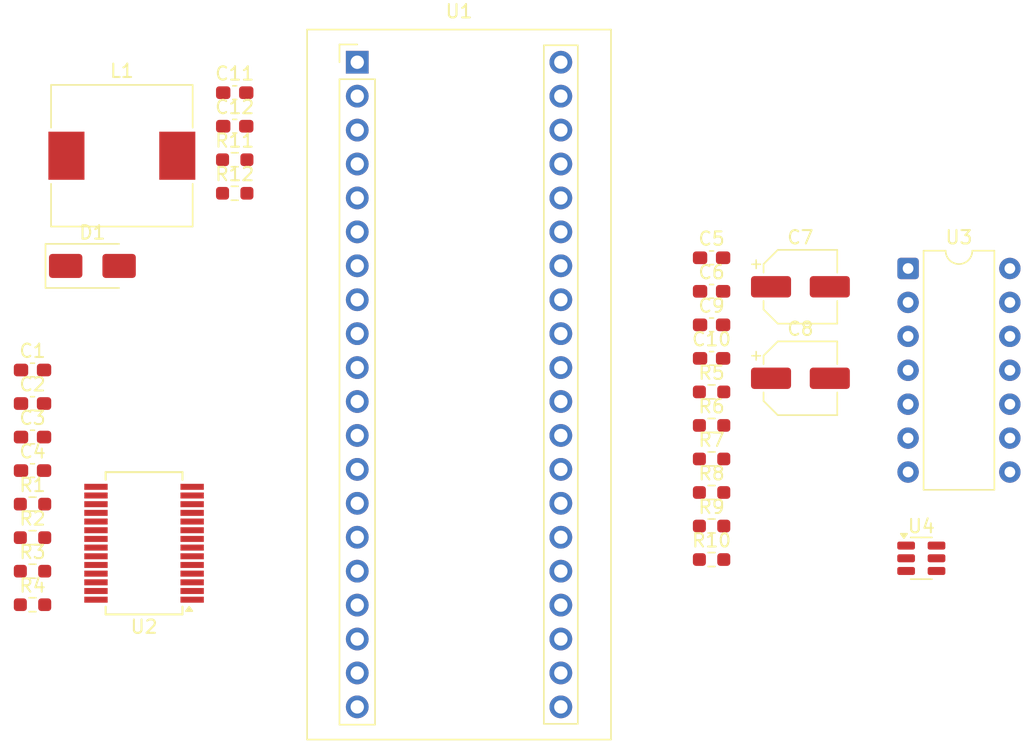
<source format=kicad_pcb>
(kicad_pcb (version 20241229) (generator "pcbnew") (generator_version "9.0")
  (layers (0 "F.Cu" signal) (2 "B.Cu" signal) (13 "F.Paste" user) (15 "B.Paste" user) (5 "F.SilkS" user "F.Silkscreen") (7 "B.SilkS" user "B.Silkscreen") (1 "F.Mask" user) (3 "B.Mask" user) (25 "Edge.Cuts" user))
  (net 0 "")
  (net 1 "Net-(C1-Pad2)")
  (net 2 "Net-(U2-LLINEIN)")
  (net 3 "Net-(C2-Pad2)")
  (net 4 "Net-(U2-RLINEIN)")
  (net 5 "GND")
  (net 6 "/WM8731/R_IN")
  (net 7 "/WM8731/L_IN")
  (net 8 "/WM8731/ADCLRC")
  (net 9 "/WM8731/BCLK")
  (net 11 "+3V3")
  (net 14 "/WM8731/XTI{slash}MCLK")
  (net 16 "/WM8731/ADCDAT")
  (net 17 "/WM8731/DACDAT")
  (net 19 "/WM8731/SDIN")
  (net 21 "/WM8731/SCLK")
  (net 24 "Net-(U2-LOUT)")
  (net 25 "/WM8731/CLKOUT")
  (net 27 "Net-(C5-Pad2)")
  (net 29 "Net-(U2-ROUT)")
  (net 30 "/WM8731/XTO")
  (net 31 "Net-(C6-Pad2)")
  (net 32 "Net-(U2-RHPOUT)")
  (net 33 "/WM8731/RHPOUT")
  (net 34 "/WM8731/LHPOUT")
  (net 35 "Net-(U2-LHPOUT)")
  (net 36 "Net-(U2-VMID)")
  (net 37 "/WM8731/LOUT")
  (net 38 "/WM8731/ROUT")
  (net 73 "+12V")
  (net 74 "+5V")
  (net 75 "Net-(D1-A)")
  (net 76 "Net-(U4-FB)")
  (footprint "Inductor_SMD:L_10.4x10.4_H4.8" (layer "F.Cu") (at 112.1375 85.29)
    (property "Reference" "L1" (at 0 -6.35 0) (layer "F.SilkS"))
    (property "Value" "22uH")
    (fp_line (start -5.3 -5.3) (end 5.3 -5.3) (stroke (width 0.12)) (layer "F.SilkS"))
    (fp_line (start -5.3 -2.1) (end -5.3 -5.3) (stroke (width 0.12)) (layer "F.SilkS"))
    (fp_line (start -5.3 5.3) (end -5.3 2.1) (stroke (width 0.12)) (layer "F.SilkS"))
    (fp_line (start 5.3 -5.3) (end 5.3 -2.1) (stroke (width 0.12)) (layer "F.SilkS"))
    (fp_line (start 5.3 2.1) (end 5.3 5.3) (stroke (width 0.12)) (layer "F.SilkS"))
    (fp_line (start 5.3 5.3) (end -5.3 5.3) (stroke (width 0.12)) (layer "F.SilkS"))
    (pad "1" smd rect (at -4.15 0) (size 2.7 3.6) (layers "F.Cu" "F.Mask" "F.Paste") (net 74 "+5V"))
    (pad "2" smd rect (at 4.15 0) (size 2.7 3.6) (layers "F.Cu" "F.Mask" "F.Paste") (net 75 "Net-(D1-A)"))
  )
  (footprint "Capacitor_SMD:C_0603_1608Metric_Pad1.08x0.95mm_HandSolder" (layer "F.Cu") (at 105.45 108.86)
    (property "Reference" "C4" (at 0 -1.43 0) (layer "F.SilkS"))
    (property "Value" "220pF")
    (fp_line (start -0.146267 -0.51) (end 0.146267 -0.51) (stroke (width 0.12)) (layer "F.SilkS"))
    (fp_line (start -0.146267 0.51) (end 0.146267 0.51) (stroke (width 0.12)) (layer "F.SilkS"))
    (pad "1" smd roundrect (at -0.8625 0) (size 1.075 0.95) (layers "F.Cu" "F.Mask" "F.Paste") (net 5 "GND"))
    (pad "2" smd roundrect (at 0.8625 0) (size 1.075 0.95) (layers "F.Cu" "F.Mask" "F.Paste") (net 1 "Net-(C1-Pad2)"))
  )
  (footprint "Package_TO_SOT_SMD:SOT-23-6" (layer "F.Cu") (at 171.985 115.425)
    (property "Reference" "U4" (at 0 -2.4 0) (layer "F.SilkS"))
    (property "Value" "MT3608")
    (fp_line (start 0 -1.56) (end -0.8 -1.56) (stroke (width 0.12)) (layer "F.SilkS"))
    (fp_line (start 0 -1.56) (end 0.8 -1.56) (stroke (width 0.12)) (layer "F.SilkS"))
    (fp_line (start 0 1.56) (end -0.8 1.56) (stroke (width 0.12)) (layer "F.SilkS"))
    (fp_line (start 0 1.56) (end 0.8 1.56) (stroke (width 0.12)) (layer "F.SilkS"))
    (fp_poly (pts (xy -1.3 -1.51) (xy -1.54 -1.84) (xy -1.06 -1.84)) (stroke (width 0.12)) (fill yes) (layer "F.SilkS"))
    (pad "1" smd roundrect (at -1.1375 -0.95) (size 1.325 0.6) (layers "F.Cu" "F.Mask" "F.Paste") (net 75 "Net-(D1-A)"))
    (pad "2" smd roundrect (at -1.1375 0) (size 1.325 0.6) (layers "F.Cu" "F.Mask" "F.Paste") (net 5 "GND"))
    (pad "3" smd roundrect (at -1.1375 0.95) (size 1.325 0.6) (layers "F.Cu" "F.Mask" "F.Paste") (net 76 "Net-(U4-FB)"))
    (pad "4" smd roundrect (at 1.1375 0.95) (size 1.325 0.6) (layers "F.Cu" "F.Mask" "F.Paste") (net 74 "+5V"))
    (pad "5" smd roundrect (at 1.1375 0) (size 1.325 0.6) (layers "F.Cu" "F.Mask" "F.Paste") (net 74 "+5V"))
    (pad "6" smd roundrect (at 1.1375 -0.95) (size 1.325 0.6) (layers "F.Cu" "F.Mask" "F.Paste"))
  )
  (footprint "Resistor_SMD:R_0603_1608Metric_Pad0.98x0.95mm_HandSolder" (layer "F.Cu") (at 120.5875 88.1)
    (property "Reference" "R12" (at 0 -1.43 0) (layer "F.SilkS"))
    (property "Value" "200K")
    (fp_line (start -0.254724 -0.5225) (end 0.254724 -0.5225) (stroke (width 0.12)) (layer "F.SilkS"))
    (fp_line (start -0.254724 0.5225) (end 0.254724 0.5225) (stroke (width 0.12)) (layer "F.SilkS"))
    (pad "1" smd roundrect (at -0.9125 0) (size 0.975 0.95) (layers "F.Cu" "F.Mask" "F.Paste") (net 76 "Net-(U4-FB)"))
    (pad "2" smd roundrect (at 0.9125 0) (size 0.975 0.95) (layers "F.Cu" "F.Mask" "F.Paste") (net 5 "GND"))
  )
  (footprint "Capacitor_SMD:CP_Elec_5x5.4" (layer "F.Cu") (at 162.935 101.95)
    (property "Reference" "C8" (at 0 -3.7 0) (layer "F.SilkS"))
    (property "Value" "220uF 6V3")
    (fp_line (start -3.625 -1.685) (end -3 -1.685) (stroke (width 0.12)) (layer "F.SilkS"))
    (fp_line (start -3.3125 -1.9975) (end -3.3125 -1.3725) (stroke (width 0.12)) (layer "F.SilkS"))
    (fp_line (start -2.76 -1.695563) (end -2.76 -1.06) (stroke (width 0.12)) (layer "F.SilkS"))
    (fp_line (start -2.76 -1.695563) (end -1.695563 -2.76) (stroke (width 0.12)) (layer "F.SilkS"))
    (fp_line (start -2.76 1.695563) (end -2.76 1.06) (stroke (width 0.12)) (layer "F.SilkS"))
    (fp_line (start -2.76 1.695563) (end -1.695563 2.76) (stroke (width 0.12)) (layer "F.SilkS"))
    (fp_line (start -1.695563 -2.76) (end 2.76 -2.76) (stroke (width 0.12)) (layer "F.SilkS"))
    (fp_line (start -1.695563 2.76) (end 2.76 2.76) (stroke (width 0.12)) (layer "F.SilkS"))
    (fp_line (start 2.76 -2.76) (end 2.76 -1.06) (stroke (width 0.12)) (layer "F.SilkS"))
    (fp_line (start 2.76 2.76) (end 2.76 1.06) (stroke (width 0.12)) (layer "F.SilkS"))
    (pad "1" smd roundrect (at -2.2 0) (size 3 1.6) (layers "F.Cu" "F.Mask" "F.Paste") (roundrect_rratio 0.15625) (net 35 "Net-(U2-LHPOUT)"))
    (pad "2" smd roundrect (at 2.2 0) (size 3 1.6) (layers "F.Cu" "F.Mask" "F.Paste") (roundrect_rratio 0.15625) (net 34 "/WM8731/LHPOUT"))
  )
  (footprint "Package_SO:SSOP-28_5.3x10.2mm_P0.65mm" (layer "F.Cu") (at 113.8 114.3 180)
    (property "Reference" "U2" (at 0 -6.25 0) (layer "F.SilkS"))
    (property "Value" "WM8731SEDS")
    (fp_line (start 2.875 4.75) (end 2.875 5.325) (stroke (width 0.15)) (layer "F.SilkS"))
    (fp_line (start 2.875 -5.325) (end 2.875 -4.75) (stroke (width 0.15)) (layer "F.SilkS"))
    (fp_line (start -2.875 5.325) (end 2.875 5.325) (stroke (width 0.15)) (layer "F.SilkS"))
    (fp_line (start -2.875 4.75) (end -2.875 5.325) (stroke (width 0.15)) (layer "F.SilkS"))
    (fp_line (start -2.875 -5.325) (end 2.875 -5.325) (stroke (width 0.15)) (layer "F.SilkS"))
    (fp_line (start -2.875 -5.325) (end -2.875 -4.75) (stroke (width 0.15)) (layer "F.SilkS"))
    (fp_poly (pts (xy -3.375 -4.75) (xy -3.615 -5.08) (xy -3.135 -5.08) (xy -3.375 -4.75)) (stroke (width 0.12)) (fill yes) (layer "F.SilkS"))
    (pad "1" smd rect (at -3.6 -4.225 180) (size 1.75 0.45) (layers "F.Cu" "F.Mask" "F.Paste") (net 11 "+3V3"))
    (pad "2" smd rect (at -3.6 -3.575 180) (size 1.75 0.45) (layers "F.Cu" "F.Mask" "F.Paste") (net 25 "/WM8731/CLKOUT"))
    (pad "3" smd rect (at -3.6 -2.925 180) (size 1.75 0.45) (layers "F.Cu" "F.Mask" "F.Paste") (net 9 "/WM8731/BCLK"))
    (pad "4" smd rect (at -3.6 -2.275 180) (size 1.75 0.45) (layers "F.Cu" "F.Mask" "F.Paste") (net 17 "/WM8731/DACDAT"))
    (pad "5" smd rect (at -3.6 -1.625 180) (size 1.75 0.45) (layers "F.Cu" "F.Mask" "F.Paste") (net 8 "/WM8731/ADCLRC"))
    (pad "6" smd rect (at -3.6 -0.975 180) (size 1.75 0.45) (layers "F.Cu" "F.Mask" "F.Paste") (net 16 "/WM8731/ADCDAT"))
    (pad "7" smd rect (at -3.6 -0.325 180) (size 1.75 0.45) (layers "F.Cu" "F.Mask" "F.Paste") (net 8 "/WM8731/ADCLRC"))
    (pad "8" smd rect (at -3.6 0.325 180) (size 1.75 0.45) (layers "F.Cu" "F.Mask" "F.Paste") (net 11 "+3V3"))
    (pad "9" smd rect (at -3.6 0.975 180) (size 1.75 0.45) (layers "F.Cu" "F.Mask" "F.Paste") (net 35 "Net-(U2-LHPOUT)"))
    (pad "10" smd rect (at -3.6 1.625 180) (size 1.75 0.45) (layers "F.Cu" "F.Mask" "F.Paste") (net 32 "Net-(U2-RHPOUT)"))
    (pad "11" smd rect (at -3.6 2.275 180) (size 1.75 0.45) (layers "F.Cu" "F.Mask" "F.Paste") (net 5 "GND"))
    (pad "12" smd rect (at -3.6 2.925 180) (size 1.75 0.45) (layers "F.Cu" "F.Mask" "F.Paste") (net 24 "Net-(U2-LOUT)"))
    (pad "13" smd rect (at -3.6 3.575 180) (size 1.75 0.45) (layers "F.Cu" "F.Mask" "F.Paste") (net 29 "Net-(U2-ROUT)"))
    (pad "14" smd rect (at -3.6 4.225 180) (size 1.75 0.45) (layers "F.Cu" "F.Mask" "F.Paste") (net 11 "+3V3"))
    (pad "15" smd rect (at 3.6 4.225 180) (size 1.75 0.45) (layers "F.Cu" "F.Mask" "F.Paste") (net 5 "GND"))
    (pad "16" smd rect (at 3.6 3.575 180) (size 1.75 0.45) (layers "F.Cu" "F.Mask" "F.Paste") (net 36 "Net-(U2-VMID)"))
    (pad "17" smd rect (at 3.6 2.925 180) (size 1.75 0.45) (layers "F.Cu" "F.Mask" "F.Paste"))
    (pad "18" smd rect (at 3.6 2.275 180) (size 1.75 0.45) (layers "F.Cu" "F.Mask" "F.Paste"))
    (pad "19" smd rect (at 3.6 1.625 180) (size 1.75 0.45) (layers "F.Cu" "F.Mask" "F.Paste") (net 4 "Net-(U2-RLINEIN)"))
    (pad "20" smd rect (at 3.6 0.975 180) (size 1.75 0.45) (layers "F.Cu" "F.Mask" "F.Paste") (net 2 "Net-(U2-LLINEIN)"))
    (pad "21" smd rect (at 3.6 0.325 180) (size 1.75 0.45) (layers "F.Cu" "F.Mask" "F.Paste") (net 5 "GND"))
    (pad "22" smd rect (at 3.6 -0.325 180) (size 1.75 0.45) (layers "F.Cu" "F.Mask" "F.Paste") (net 5 "GND"))
    (pad "23" smd rect (at 3.6 -0.975 180) (size 1.75 0.45) (layers "F.Cu" "F.Mask" "F.Paste") (net 19 "/WM8731/SDIN"))
    (pad "24" smd rect (at 3.6 -1.625 180) (size 1.75 0.45) (layers "F.Cu" "F.Mask" "F.Paste") (net 21 "/WM8731/SCLK"))
    (pad "25" smd rect (at 3.6 -2.275 180) (size 1.75 0.45) (layers "F.Cu" "F.Mask" "F.Paste") (net 14 "/WM8731/XTI{slash}MCLK"))
    (pad "26" smd rect (at 3.6 -2.925 180) (size 1.75 0.45) (layers "F.Cu" "F.Mask" "F.Paste") (net 30 "/WM8731/XTO"))
    (pad "27" smd rect (at 3.6 -3.575 180) (size 1.75 0.45) (layers "F.Cu" "F.Mask" "F.Paste") (net 11 "+3V3"))
    (pad "28" smd rect (at 3.6 -4.225 180) (size 1.75 0.45) (layers "F.Cu" "F.Mask" "F.Paste") (net 5 "GND"))
  )
  (footprint "Resistor_SMD:R_0603_1608Metric_Pad0.98x0.95mm_HandSolder" (layer "F.Cu") (at 105.45 111.37)
    (property "Reference" "R1" (at 0 -1.43 0) (layer "F.SilkS"))
    (property "Value" "5.6K")
    (fp_line (start -0.254724 -0.5225) (end 0.254724 -0.5225) (stroke (width 0.12)) (layer "F.SilkS"))
    (fp_line (start -0.254724 0.5225) (end 0.254724 0.5225) (stroke (width 0.12)) (layer "F.SilkS"))
    (pad "1" smd roundrect (at -0.9125 0) (size 0.975 0.95) (layers "F.Cu" "F.Mask" "F.Paste") (net 1 "Net-(C1-Pad2)"))
    (pad "2" smd roundrect (at 0.9125 0) (size 0.975 0.95) (layers "F.Cu" "F.Mask" "F.Paste") (net 5 "GND"))
  )
  (footprint "Capacitor_SMD:C_0603_1608Metric_Pad1.08x0.95mm_HandSolder" (layer "F.Cu") (at 156.285 100.46)
    (property "Reference" "C10" (at 0 -1.43 0) (layer "F.SilkS"))
    (property "Value" "1uF")
    (fp_line (start -0.146267 -0.51) (end 0.146267 -0.51) (stroke (width 0.12)) (layer "F.SilkS"))
    (fp_line (start -0.146267 0.51) (end 0.146267 0.51) (stroke (width 0.12)) (layer "F.SilkS"))
    (pad "1" smd roundrect (at -0.8625 0) (size 1.075 0.95) (layers "F.Cu" "F.Mask" "F.Paste") (net 5 "GND"))
    (pad "2" smd roundrect (at 0.8625 0) (size 1.075 0.95) (layers "F.Cu" "F.Mask" "F.Paste") (net 36 "Net-(U2-VMID)"))
  )
  (footprint "Resistor_SMD:R_0603_1608Metric_Pad0.98x0.95mm_HandSolder" (layer "F.Cu") (at 105.45 113.88)
    (property "Reference" "R2" (at 0 -1.43 0) (layer "F.SilkS"))
    (property "Value" "5.6K")
    (fp_line (start -0.254724 -0.5225) (end 0.254724 -0.5225) (stroke (width 0.12)) (layer "F.SilkS"))
    (fp_line (start -0.254724 0.5225) (end 0.254724 0.5225) (stroke (width 0.12)) (layer "F.SilkS"))
    (pad "1" smd roundrect (at -0.9125 0) (size 0.975 0.95) (layers "F.Cu" "F.Mask" "F.Paste") (net 3 "Net-(C2-Pad2)"))
    (pad "2" smd roundrect (at 0.9125 0) (size 0.975 0.95) (layers "F.Cu" "F.Mask" "F.Paste") (net 5 "GND"))
  )
  (footprint "Capacitor_SMD:C_0603_1608Metric_Pad1.08x0.95mm_HandSolder" (layer "F.Cu") (at 120.5875 83.08)
    (property "Reference" "C12" (at 0 -1.43 0) (layer "F.SilkS"))
    (property "Value" "1uF")
    (fp_line (start -0.146267 -0.51) (end 0.146267 -0.51) (stroke (width 0.12)) (layer "F.SilkS"))
    (fp_line (start -0.146267 0.51) (end 0.146267 0.51) (stroke (width 0.12)) (layer "F.SilkS"))
    (pad "1" smd roundrect (at -0.8625 0) (size 1.075 0.95) (layers "F.Cu" "F.Mask" "F.Paste") (net 5 "GND"))
    (pad "2" smd roundrect (at 0.8625 0) (size 1.075 0.95) (layers "F.Cu" "F.Mask" "F.Paste") (net 74 "+5V"))
  )
  (footprint "Resistor_SMD:R_0603_1608Metric_Pad0.98x0.95mm_HandSolder" (layer "F.Cu") (at 156.285 107.99)
    (property "Reference" "R7" (at 0 -1.43 0) (layer "F.SilkS"))
    (property "Value" "47K")
    (fp_line (start -0.254724 -0.5225) (end 0.254724 -0.5225) (stroke (width 0.12)) (layer "F.SilkS"))
    (fp_line (start -0.254724 0.5225) (end 0.254724 0.5225) (stroke (width 0.12)) (layer "F.SilkS"))
    (pad "1" smd roundrect (at -0.9125 0) (size 0.975 0.95) (layers "F.Cu" "F.Mask" "F.Paste") (net 31 "Net-(C6-Pad2)"))
    (pad "2" smd roundrect (at 0.9125 0) (size 0.975 0.95) (layers "F.Cu" "F.Mask" "F.Paste") (net 5 "GND"))
  )
  (footprint "Capacitor_SMD:C_0603_1608Metric_Pad1.08x0.95mm_HandSolder" (layer "F.Cu") (at 156.285 92.93)
    (property "Reference" "C5" (at 0 -1.43 0) (layer "F.SilkS"))
    (property "Value" "1uF")
    (fp_line (start -0.146267 -0.51) (end 0.146267 -0.51) (stroke (width 0.12)) (layer "F.SilkS"))
    (fp_line (start -0.146267 0.51) (end 0.146267 0.51) (stroke (width 0.12)) (layer "F.SilkS"))
    (pad "1" smd roundrect (at -0.8625 0) (size 1.075 0.95) (layers "F.Cu" "F.Mask" "F.Paste") (net 24 "Net-(U2-LOUT)"))
    (pad "2" smd roundrect (at 0.8625 0) (size 1.075 0.95) (layers "F.Cu" "F.Mask" "F.Paste") (net 27 "Net-(C5-Pad2)"))
  )
  (footprint "YAAJ:YAAJ_BluePill_2" (layer "F.Cu") (at 129.76 78.29)
    (property "Reference" "U1" (at 7.62 -3.81 0) (layer "F.SilkS"))
    (property "Value" "YAAJ_BluePill_Part_Like" (hide yes))
    (fp_line (start -3.755 -2.445) (end 18.995 -2.445) (stroke (width 0.12)) (layer "F.SilkS"))
    (fp_line (start -3.755 50.705) (end -3.755 -2.445) (stroke (width 0.12)) (layer "F.SilkS"))
    (fp_line (start -1.33 -1.33) (end 0 -1.33) (stroke (width 0.12)) (layer "F.SilkS"))
    (fp_line (start -1.33 0) (end -1.33 -1.33) (stroke (width 0.12)) (layer "F.SilkS"))
    (fp_line (start -1.33 1.27) (end 1.33 1.27) (stroke (width 0.12)) (layer "F.SilkS"))
    (fp_line (start -1.33 49.59) (end -1.33 1.27) (stroke (width 0.12)) (layer "F.SilkS"))
    (fp_line (start 1.33 1.27) (end 1.33 49.59) (stroke (width 0.12)) (layer "F.SilkS"))
    (fp_line (start 1.33 49.59) (end -1.33 49.59) (stroke (width 0.12)) (layer "F.SilkS"))
    (fp_line (start 13.97 -1.27) (end 16.51 -1.27) (stroke (width 0.12)) (layer "F.SilkS"))
    (fp_line (start 13.97 49.53) (end 13.97 -1.27) (stroke (width 0.12)) (layer "F.SilkS"))
    (fp_line (start 16.51 -1.27) (end 16.51 49.53) (stroke (width 0.12)) (layer "F.SilkS"))
    (fp_line (start 16.51 49.53) (end 13.97 49.53) (stroke (width 0.12)) (layer "F.SilkS"))
    (fp_line (start 18.995 -2.445) (end 18.995 50.705) (stroke (width 0.12)) (layer "F.SilkS"))
    (fp_line (start 18.995 50.705) (end -3.755 50.705) (stroke (width 0.12)) (layer "F.SilkS"))
    (pad "1" thru_hole rect (at 0 0) (size 1.7 1.7) (drill 1) (layers "*.Cu" "*.Mask"))
    (pad "2" thru_hole circle (at 0 2.54) (size 1.7 1.7) (drill 1) (layers "*.Cu" "*.Mask"))
    (pad "3" thru_hole circle (at 0 5.08) (size 1.7 1.7) (drill 1) (layers "*.Cu" "*.Mask"))
    (pad "4" thru_hole circle (at 0 7.62) (size 1.7 1.7) (drill 1) (layers "*.Cu" "*.Mask"))
    (pad "5" thru_hole circle (at 0 10.16) (size 1.7 1.7) (drill 1) (layers "*.Cu" "*.Mask") (net 14 "/WM8731/XTI{slash}MCLK"))
    (pad "6" thru_hole circle (at 0 12.7) (size 1.7 1.7) (drill 1) (layers "*.Cu" "*.Mask"))
    (pad "7" thru_hole circle (at 0 15.24) (size 1.7 1.7) (drill 1) (layers "*.Cu" "*.Mask"))
    (pad "8" thru_hole circle (at 0 17.78) (size 1.7 1.7) (drill 1) (layers "*.Cu" "*.Mask"))
    (pad "9" thru_hole circle (at 0 20.32) (size 1.7 1.7) (drill 1) (layers "*.Cu" "*.Mask"))
    (pad "10" thru_hole circle (at 0 22.86) (size 1.7 1.7) (drill 1) (layers "*.Cu" "*.Mask") (net 8 "/WM8731/ADCLRC"))
    (pad "11" thru_hole circle (at 0 25.4) (size 1.7 1.7) (drill 1) (layers "*.Cu" "*.Mask") (net 9 "/WM8731/BCLK"))
    (pad "12" thru_hole circle (at 0 27.94) (size 1.7 1.7) (drill 1) (layers "*.Cu" "*.Mask") (net 16 "/WM8731/ADCDAT"))
    (pad "13" thru_hole circle (at 0 30.48) (size 1.7 1.7) (drill 1) (layers "*.Cu" "*.Mask") (net 17 "/WM8731/DACDAT"))
    (pad "14" thru_hole circle (at 0 33.02) (size 1.7 1.7) (drill 1) (layers "*.Cu" "*.Mask") (net 21 "/WM8731/SCLK"))
    (pad "15" thru_hole circle (at 0 35.56) (size 1.7 1.7) (drill 1) (layers "*.Cu" "*.Mask") (net 19 "/WM8731/SDIN"))
    (pad "16" thru_hole circle (at 0 38.1) (size 1.7 1.7) (drill 1) (layers "*.Cu" "*.Mask"))
    (pad "17" thru_hole circle (at 0 40.64) (size 1.7 1.7) (drill 1) (layers "*.Cu" "*.Mask"))
    (pad "18" thru_hole circle (at 0 43.18) (size 1.7 1.7) (drill 1) (layers "*.Cu" "*.Mask") (net 74 "+5V"))
    (pad "19" thru_hole circle (at 0 45.72) (size 1.7 1.7) (drill 1) (layers "*.Cu" "*.Mask") (net 5 "GND"))
    (pad "20" thru_hole circle (at 0 48.26) (size 1.7 1.7) (drill 1) (layers "*.Cu" "*.Mask") (net 11 "+3V3"))
    (pad "21" thru_hole circle (at 15.24 48.26) (size 1.7 1.7) (drill 1) (layers "*.Cu" "*.Mask"))
    (pad "22" thru_hole circle (at 15.24 45.72) (size 1.7 1.7) (drill 1) (layers "*.Cu" "*.Mask"))
    (pad "23" thru_hole circle (at 15.24 43.18) (size 1.7 1.7) (drill 1) (layers "*.Cu" "*.Mask"))
    (pad "24" thru_hole circle (at 15.24 40.64) (size 1.7 1.7) (drill 1) (layers "*.Cu" "*.Mask"))
    (pad "25" thru_hole circle (at 15.24 38.1) (size 1.7 1.7) (drill 1) (layers "*.Cu" "*.Mask"))
    (pad "26" thru_hole circle (at 15.24 35.56) (size 1.7 1.7) (drill 1) (layers "*.Cu" "*.Mask"))
    (pad "27" thru_hole circle (at 15.24 33.02) (size 1.7 1.7) (drill 1) (layers "*.Cu" "*.Mask"))
    (pad "28" thru_hole circle (at 15.24 30.48) (size 1.7 1.7) (drill 1) (layers "*.Cu" "*.Mask"))
    (pad "29" thru_hole circle (at 15.24 27.94) (size 1.7 1.7) (drill 1) (layers "*.Cu" "*.Mask"))
    (pad "30" thru_hole circle (at 15.24 25.4) (size 1.7 1.7) (drill 1) (layers "*.Cu" "*.Mask"))
    (pad "31" thru_hole circle (at 15.24 22.86) (size 1.7 1.7) (drill 1) (layers "*.Cu" "*.Mask"))
    (pad "32" thru_hole circle (at 15.24 20.32) (size 1.7 1.7) (drill 1) (layers "*.Cu" "*.Mask"))
    (pad "33" thru_hole circle (at 15.24 17.78) (size 1.7 1.7) (drill 1) (layers "*.Cu" "*.Mask"))
    (pad "34" thru_hole circle (at 15.24 15.24) (size 1.7 1.7) (drill 1) (layers "*.Cu" "*.Mask"))
    (pad "35" thru_hole circle (at 15.24 12.7) (size 1.7 1.7) (drill 1) (layers "*.Cu" "*.Mask"))
    (pad "36" thru_hole circle (at 15.24 10.16) (size 1.7 1.7) (drill 1) (layers "*.Cu" "*.Mask"))
    (pad "37" thru_hole circle (at 15.24 7.62) (size 1.7 1.7) (drill 1) (layers "*.Cu" "*.Mask"))
    (pad "38" thru_hole circle (at 15.24 5.08) (size 1.7 1.7) (drill 1) (layers "*.Cu" "*.Mask") (net 11 "+3V3"))
    (pad "39" thru_hole circle (at 15.24 2.54) (size 1.7 1.7) (drill 1) (layers "*.Cu" "*.Mask") (net 5 "GND"))
    (pad "40" thru_hole circle (at 15.24 0) (size 1.7 1.7) (drill 1) (layers "*.Cu" "*.Mask") (net 5 "GND"))
  )
  (footprint "Resistor_SMD:R_0603_1608Metric_Pad0.98x0.95mm_HandSolder" (layer "F.Cu") (at 156.285 105.48)
    (property "Reference" "R6" (at 0 -1.43 0) (layer "F.SilkS"))
    (property "Value" "100R")
    (fp_line (start -0.254724 -0.5225) (end 0.254724 -0.5225) (stroke (width 0.12)) (layer "F.SilkS"))
    (fp_line (start -0.254724 0.5225) (end 0.254724 0.5225) (stroke (width 0.12)) (layer "F.SilkS"))
    (pad "1" smd roundrect (at -0.9125 0) (size 0.975 0.95) (layers "F.Cu" "F.Mask" "F.Paste") (net 31 "Net-(C6-Pad2)"))
    (pad "2" smd roundrect (at 0.9125 0) (size 0.975 0.95) (layers "F.Cu" "F.Mask" "F.Paste") (net 38 "/WM8731/ROUT"))
  )
  (footprint "Capacitor_SMD:C_0603_1608Metric_Pad1.08x0.95mm_HandSolder" (layer "F.Cu") (at 105.45 103.84)
    (property "Reference" "C2" (at 0 -1.43 0) (layer "F.SilkS"))
    (property "Value" "1uF")
    (fp_line (start -0.146267 -0.51) (end 0.146267 -0.51) (stroke (width 0.12)) (layer "F.SilkS"))
    (fp_line (start -0.146267 0.51) (end 0.146267 0.51) (stroke (width 0.12)) (layer "F.SilkS"))
    (pad "1" smd roundrect (at -0.8625 0) (size 1.075 0.95) (layers "F.Cu" "F.Mask" "F.Paste") (net 4 "Net-(U2-RLINEIN)"))
    (pad "2" smd roundrect (at 0.8625 0) (size 1.075 0.95) (layers "F.Cu" "F.Mask" "F.Paste") (net 3 "Net-(C2-Pad2)"))
  )
  (footprint "Resistor_SMD:R_0603_1608Metric_Pad0.98x0.95mm_HandSolder" (layer "F.Cu") (at 105.45 116.39)
    (property "Reference" "R3" (at 0 -1.43 0) (layer "F.SilkS"))
    (property "Value" "5.6K")
    (fp_line (start -0.254724 -0.5225) (end 0.254724 -0.5225) (stroke (width 0.12)) (layer "F.SilkS"))
    (fp_line (start -0.254724 0.5225) (end 0.254724 0.5225) (stroke (width 0.12)) (layer "F.SilkS"))
    (pad "1" smd roundrect (at -0.9125 0) (size 0.975 0.95) (layers "F.Cu" "F.Mask" "F.Paste") (net 3 "Net-(C2-Pad2)"))
    (pad "2" smd roundrect (at 0.9125 0) (size 0.975 0.95) (layers "F.Cu" "F.Mask" "F.Paste") (net 6 "/WM8731/R_IN"))
  )
  (footprint "Capacitor_SMD:C_0603_1608Metric_Pad1.08x0.95mm_HandSolder" (layer "F.Cu") (at 105.45 106.35)
    (property "Reference" "C3" (at 0 -1.43 0) (layer "F.SilkS"))
    (property "Value" "220pF")
    (fp_line (start -0.146267 -0.51) (end 0.146267 -0.51) (stroke (width 0.12)) (layer "F.SilkS"))
    (fp_line (start -0.146267 0.51) (end 0.146267 0.51) (stroke (width 0.12)) (layer "F.SilkS"))
    (pad "1" smd roundrect (at -0.8625 0) (size 1.075 0.95) (layers "F.Cu" "F.Mask" "F.Paste") (net 5 "GND"))
    (pad "2" smd roundrect (at 0.8625 0) (size 1.075 0.95) (layers "F.Cu" "F.Mask" "F.Paste") (net 3 "Net-(C2-Pad2)"))
  )
  (footprint "Capacitor_SMD:C_0603_1608Metric_Pad1.08x0.95mm_HandSolder" (layer "F.Cu") (at 120.5875 80.57)
    (property "Reference" "C11" (at 0 -1.43 0) (layer "F.SilkS"))
    (property "Value" "1uF")
    (fp_line (start -0.146267 -0.51) (end 0.146267 -0.51) (stroke (width 0.12)) (layer "F.SilkS"))
    (fp_line (start -0.146267 0.51) (end 0.146267 0.51) (stroke (width 0.12)) (layer "F.SilkS"))
    (pad "1" smd roundrect (at -0.8625 0) (size 1.075 0.95) (layers "F.Cu" "F.Mask" "F.Paste") (net 5 "GND"))
    (pad "2" smd roundrect (at 0.8625 0) (size 1.075 0.95) (layers "F.Cu" "F.Mask" "F.Paste") (net 73 "+12V"))
  )
  (footprint "Resistor_SMD:R_0603_1608Metric_Pad0.98x0.95mm_HandSolder" (layer "F.Cu") (at 156.285 110.5)
    (property "Reference" "R8" (at 0 -1.43 0) (layer "F.SilkS"))
    (property "Value" "47K")
    (fp_line (start -0.254724 -0.5225) (end 0.254724 -0.5225) (stroke (width 0.12)) (layer "F.SilkS"))
    (fp_line (start -0.254724 0.5225) (end 0.254724 0.5225) (stroke (width 0.12)) (layer "F.SilkS"))
    (pad "1" smd roundrect (at -0.9125 0) (size 0.975 0.95) (layers "F.Cu" "F.Mask" "F.Paste") (net 27 "Net-(C5-Pad2)"))
    (pad "2" smd roundrect (at 0.9125 0) (size 0.975 0.95) (layers "F.Cu" "F.Mask" "F.Paste") (net 5 "GND"))
  )
  (footprint "Capacitor_SMD:C_0603_1608Metric_Pad1.08x0.95mm_HandSolder" (layer "F.Cu") (at 156.285 95.44)
    (property "Reference" "C6" (at 0 -1.43 0) (layer "F.SilkS"))
    (property "Value" "1uF")
    (fp_line (start -0.146267 -0.51) (end 0.146267 -0.51) (stroke (width 0.12)) (layer "F.SilkS"))
    (fp_line (start -0.146267 0.51) (end 0.146267 0.51) (stroke (width 0.12)) (layer "F.SilkS"))
    (pad "1" smd roundrect (at -0.8625 0) (size 1.075 0.95) (layers "F.Cu" "F.Mask" "F.Paste") (net 29 "Net-(U2-ROUT)"))
    (pad "2" smd roundrect (at 0.8625 0) (size 1.075 0.95) (layers "F.Cu" "F.Mask" "F.Paste") (net 31 "Net-(C6-Pad2)"))
  )
  (footprint "Capacitor_SMD:C_0603_1608Metric_Pad1.08x0.95mm_HandSolder" (layer "F.Cu") (at 105.45 101.33)
    (property "Reference" "C1" (at 0 -1.43 0) (layer "F.SilkS"))
    (property "Value" "1uF")
    (fp_line (start -0.146267 -0.51) (end 0.146267 -0.51) (stroke (width 0.12)) (layer "F.SilkS"))
    (fp_line (start -0.146267 0.51) (end 0.146267 0.51) (stroke (width 0.12)) (layer "F.SilkS"))
    (pad "1" smd roundrect (at -0.8625 0) (size 1.075 0.95) (layers "F.Cu" "F.Mask" "F.Paste") (net 2 "Net-(U2-LLINEIN)"))
    (pad "2" smd roundrect (at 0.8625 0) (size 1.075 0.95) (layers "F.Cu" "F.Mask" "F.Paste") (net 1 "Net-(C1-Pad2)"))
  )
  (footprint "Resistor_SMD:R_0603_1608Metric_Pad0.98x0.95mm_HandSolder" (layer "F.Cu") (at 156.285 102.97)
    (property "Reference" "R5" (at 0 -1.43 0) (layer "F.SilkS"))
    (property "Value" "100R")
    (fp_line (start -0.254724 -0.5225) (end 0.254724 -0.5225) (stroke (width 0.12)) (layer "F.SilkS"))
    (fp_line (start -0.254724 0.5225) (end 0.254724 0.5225) (stroke (width 0.12)) (layer "F.SilkS"))
    (pad "1" smd roundrect (at -0.9125 0) (size 0.975 0.95) (layers "F.Cu" "F.Mask" "F.Paste") (net 27 "Net-(C5-Pad2)"))
    (pad "2" smd roundrect (at 0.9125 0) (size 0.975 0.95) (layers "F.Cu" "F.Mask" "F.Paste") (net 37 "/WM8731/LOUT"))
  )
  (footprint "Resistor_SMD:R_0603_1608Metric_Pad0.98x0.95mm_HandSolder" (layer "F.Cu") (at 120.5875 85.59)
    (property "Reference" "R11" (at 0 -1.43 0) (layer "F.SilkS"))
    (property "Value" "10K")
    (fp_line (start -0.254724 -0.5225) (end 0.254724 -0.5225) (stroke (width 0.12)) (layer "F.SilkS"))
    (fp_line (start -0.254724 0.5225) (end 0.254724 0.5225) (stroke (width 0.12)) (layer "F.SilkS"))
    (pad "1" smd roundrect (at -0.9125 0) (size 0.975 0.95) (layers "F.Cu" "F.Mask" "F.Paste") (net 73 "+12V"))
    (pad "2" smd roundrect (at 0.9125 0) (size 0.975 0.95) (layers "F.Cu" "F.Mask" "F.Paste") (net 76 "Net-(U4-FB)"))
  )
  (footprint "Capacitor_SMD:CP_Elec_5x5.4" (layer "F.Cu") (at 162.935 95.1)
    (property "Reference" "C7" (at 0 -3.7 0) (layer "F.SilkS"))
    (property "Value" "220uF 6V3")
    (fp_line (start -3.625 -1.685) (end -3 -1.685) (stroke (width 0.12)) (layer "F.SilkS"))
    (fp_line (start -3.3125 -1.9975) (end -3.3125 -1.3725) (stroke (width 0.12)) (layer "F.SilkS"))
    (fp_line (start -2.76 -1.695563) (end -2.76 -1.06) (stroke (width 0.12)) (layer "F.SilkS"))
    (fp_line (start -2.76 -1.695563) (end -1.695563 -2.76) (stroke (width 0.12)) (layer "F.SilkS"))
    (fp_line (start -2.76 1.695563) (end -2.76 1.06) (stroke (width 0.12)) (layer "F.SilkS"))
    (fp_line (start -2.76 1.695563) (end -1.695563 2.76) (stroke (width 0.12)) (layer "F.SilkS"))
    (fp_line (start -1.695563 -2.76) (end 2.76 -2.76) (stroke (width 0.12)) (layer "F.SilkS"))
    (fp_line (start -1.695563 2.76) (end 2.76 2.76) (stroke (width 0.12)) (layer "F.SilkS"))
    (fp_line (start 2.76 -2.76) (end 2.76 -1.06) (stroke (width 0.12)) (layer "F.SilkS"))
    (fp_line (start 2.76 2.76) (end 2.76 1.06) (stroke (width 0.12)) (layer "F.SilkS"))
    (pad "1" smd roundrect (at -2.2 0) (size 3 1.6) (layers "F.Cu" "F.Mask" "F.Paste") (roundrect_rratio 0.15625) (net 32 "Net-(U2-RHPOUT)"))
    (pad "2" smd roundrect (at 2.2 0) (size 3 1.6) (layers "F.Cu" "F.Mask" "F.Paste") (roundrect_rratio 0.15625) (net 33 "/WM8731/RHPOUT"))
  )
  (footprint "Package_DIP:DIP-14_W7.62mm" (layer "F.Cu") (at 170.995 93.73)
    (property "Reference" "U3" (at 3.81 -2.33 0) (layer "F.SilkS"))
    (property "Value" "TL074")
    (fp_line (start 1.16 -1.33) (end 1.16 16.57) (stroke (width 0.12)) (layer "F.SilkS"))
    (fp_line (start 1.16 16.57) (end 6.46 16.57) (stroke (width 0.12)) (layer "F.SilkS"))
    (fp_line (start 2.81 -1.33) (end 1.16 -1.33) (stroke (width 0.12)) (layer "F.SilkS"))
    (fp_line (start 6.46 -1.33) (end 4.81 -1.33) (stroke (width 0.12)) (layer "F.SilkS"))
    (fp_line (start 6.46 16.57) (end 6.46 -1.33) (stroke (width 0.12)) (layer "F.SilkS"))
    (fp_arc (start 4.81 -1.33) (mid 3.81 -0.33) (end 2.81 -1.33) (stroke (width 0.12)) (layer "F.SilkS"))
    (pad "1" thru_hole roundrect (at 0 0) (size 1.6 1.6) (drill 0.8) (layers "*.Cu" "*.Mask") (roundrect_rratio 0.15625))
    (pad "2" thru_hole circle (at 0 2.54) (size 1.6 1.6) (drill 0.8) (layers "*.Cu" "*.Mask"))
    (pad "3" thru_hole circle (at 0 5.08) (size 1.6 1.6) (drill 0.8) (layers "*.Cu" "*.Mask"))
    (pad "4" thru_hole circle (at 0 7.62) (size 1.6 1.6) (drill 0.8) (layers "*.Cu" "*.Mask"))
    (pad "5" thru_hole circle (at 0 10.16) (size 1.6 1.6) (drill 0.8) (layers "*.Cu" "*.Mask"))
    (pad "6" thru_hole circle (at 0 12.7) (size 1.6 1.6) (drill 0.8) (layers "*.Cu" "*.Mask"))
    (pad "7" thru_hole circle (at 0 15.24) (size 1.6 1.6) (drill 0.8) (layers "*.Cu" "*.Mask"))
    (pad "8" thru_hole circle (at 7.62 15.24) (size 1.6 1.6) (drill 0.8) (layers "*.Cu" "*.Mask"))
    (pad "9" thru_hole circle (at 7.62 12.7) (size 1.6 1.6) (drill 0.8) (layers "*.Cu" "*.Mask"))
    (pad "10" thru_hole circle (at 7.62 10.16) (size 1.6 1.6) (drill 0.8) (layers "*.Cu" "*.Mask"))
    (pad "11" thru_hole circle (at 7.62 7.62) (size 1.6 1.6) (drill 0.8) (layers "*.Cu" "*.Mask"))
    (pad "12" thru_hole circle (at 7.62 5.08) (size 1.6 1.6) (drill 0.8) (layers "*.Cu" "*.Mask"))
    (pad "13" thru_hole circle (at 7.62 2.54) (size 1.6 1.6) (drill 0.8) (layers "*.Cu" "*.Mask"))
    (pad "14" thru_hole circle (at 7.62 0) (size 1.6 1.6) (drill 0.8) (layers "*.Cu" "*.Mask"))
  )
  (footprint "Resistor_SMD:R_0603_1608Metric_Pad0.98x0.95mm_HandSolder" (layer "F.Cu") (at 156.285 113.01)
    (property "Reference" "R9" (at 0 -1.43 0) (layer "F.SilkS"))
    (property "Value" "47K")
    (fp_line (start -0.254724 -0.5225) (end 0.254724 -0.5225) (stroke (width 0.12)) (layer "F.SilkS"))
    (fp_line (start -0.254724 0.5225) (end 0.254724 0.5225) (stroke (width 0.12)) (layer "F.SilkS"))
    (pad "1" smd roundrect (at -0.9125 0) (size 0.975 0.95) (layers "F.Cu" "F.Mask" "F.Paste") (net 35 "Net-(U2-LHPOUT)"))
    (pad "2" smd roundrect (at 0.9125 0) (size 0.975 0.95) (layers "F.Cu" "F.Mask" "F.Paste") (net 5 "GND"))
  )
  (footprint "Diode_SMD:D_SMA" (layer "F.Cu") (at 109.9325 93.54)
    (property "Reference" "D1" (at 0 -2.5 0) (layer "F.SilkS"))
    (property "Value" "SS34")
    (fp_line (start -3.51 -1.65) (end -3.51 1.65) (stroke (width 0.12)) (layer "F.SilkS"))
    (fp_line (start -3.51 -1.65) (end 2 -1.65) (stroke (width 0.12)) (layer "F.SilkS"))
    (fp_line (start -3.51 1.65) (end 2 1.65) (stroke (width 0.12)) (layer "F.SilkS"))
    (pad "1" smd roundrect (at -2 0) (size 2.5 1.8) (layers "F.Cu" "F.Mask" "F.Paste") (roundrect_rratio 0.1388888889) (net 73 "+12V"))
    (pad "2" smd roundrect (at 2 0) (size 2.5 1.8) (layers "F.Cu" "F.Mask" "F.Paste") (roundrect_rratio 0.1388888889) (net 75 "Net-(D1-A)"))
  )
  (footprint "Resistor_SMD:R_0603_1608Metric_Pad0.98x0.95mm_HandSolder" (layer "F.Cu") (at 105.45 118.9)
    (property "Reference" "R4" (at 0 -1.43 0) (layer "F.SilkS"))
    (property "Value" "5.6K")
    (fp_line (start -0.254724 -0.5225) (end 0.254724 -0.5225) (stroke (width 0.12)) (layer "F.SilkS"))
    (fp_line (start -0.254724 0.5225) (end 0.254724 0.5225) (stroke (width 0.12)) (layer "F.SilkS"))
    (pad "1" smd roundrect (at -0.9125 0) (size 0.975 0.95) (layers "F.Cu" "F.Mask" "F.Paste") (net 1 "Net-(C1-Pad2)"))
    (pad "2" smd roundrect (at 0.9125 0) (size 0.975 0.95) (layers "F.Cu" "F.Mask" "F.Paste") (net 7 "/WM8731/L_IN"))
  )
  (footprint "Capacitor_SMD:C_0603_1608Metric_Pad1.08x0.95mm_HandSolder" (layer "F.Cu") (at 156.285 97.95)
    (property "Reference" "C9" (at 0 -1.43 0) (layer "F.SilkS"))
    (property "Value" "1uF")
    (fp_line (start -0.146267 -0.51) (end 0.146267 -0.51) (stroke (width 0.12)) (layer "F.SilkS"))
    (fp_line (start -0.146267 0.51) (end 0.146267 0.51) (stroke (width 0.12)) (layer "F.SilkS"))
    (pad "1" smd roundrect (at -0.8625 0) (size 1.075 0.95) (layers "F.Cu" "F.Mask" "F.Paste") (net 5 "GND"))
    (pad "2" smd roundrect (at 0.8625 0) (size 1.075 0.95) (layers "F.Cu" "F.Mask" "F.Paste") (net 36 "Net-(U2-VMID)"))
  )
  (footprint "Resistor_SMD:R_0603_1608Metric_Pad0.98x0.95mm_HandSolder" (layer "F.Cu") (at 156.285 115.52)
    (property "Reference" "R10" (at 0 -1.43 0) (layer "F.SilkS"))
    (property "Value" "47K")
    (fp_line (start -0.254724 -0.5225) (end 0.254724 -0.5225) (stroke (width 0.12)) (layer "F.SilkS"))
    (fp_line (start -0.254724 0.5225) (end 0.254724 0.5225) (stroke (width 0.12)) (layer "F.SilkS"))
    (pad "1" smd roundrect (at -0.9125 0) (size 0.975 0.95) (layers "F.Cu" "F.Mask" "F.Paste") (net 32 "Net-(U2-RHPOUT)"))
    (pad "2" smd roundrect (at 0.9125 0) (size 0.975 0.95) (layers "F.Cu" "F.Mask" "F.Paste") (net 5 "GND"))
  )
)
</source>
